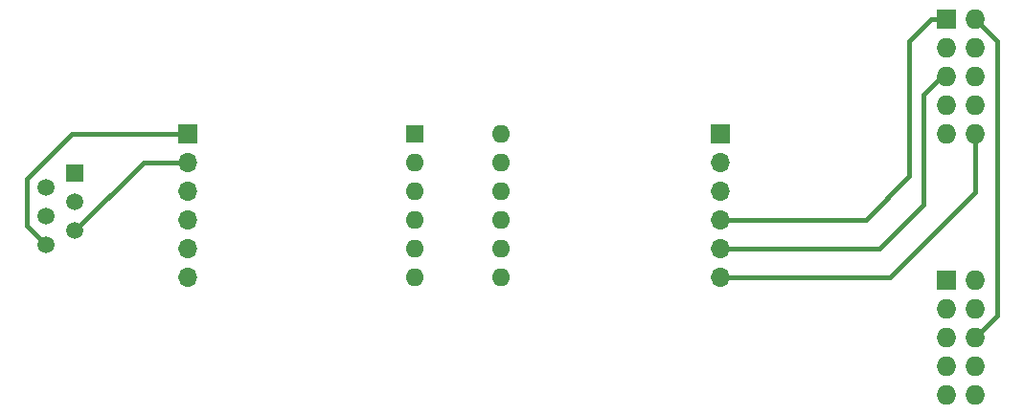
<source format=gtl>
G04 #@! TF.GenerationSoftware,KiCad,Pcbnew,(5.1.0-0)*
G04 #@! TF.CreationDate,2020-01-05T13:41:57+00:00*
G04 #@! TF.ProjectId,tag_connect_adaptor,7461675f-636f-46e6-9e65-63745f616461,V1.0*
G04 #@! TF.SameCoordinates,Original*
G04 #@! TF.FileFunction,Copper,L1,Top*
G04 #@! TF.FilePolarity,Positive*
%FSLAX46Y46*%
G04 Gerber Fmt 4.6, Leading zero omitted, Abs format (unit mm)*
G04 Created by KiCad (PCBNEW (5.1.0-0)) date 2020-01-05 13:41:57*
%MOMM*%
%LPD*%
G04 APERTURE LIST*
%ADD10O,1.600000X1.600000*%
%ADD11R,1.600000X1.600000*%
%ADD12R,1.520000X1.520000*%
%ADD13C,1.520000*%
%ADD14O,1.727200X1.727200*%
%ADD15R,1.727200X1.727200*%
%ADD16O,1.700000X1.700000*%
%ADD17R,1.700000X1.700000*%
%ADD18C,0.457200*%
G04 APERTURE END LIST*
D10*
X68620000Y-61000000D03*
X61000000Y-73700000D03*
X68620000Y-63540000D03*
X61000000Y-71160000D03*
X68620000Y-66080000D03*
X61000000Y-68620000D03*
X68620000Y-68620000D03*
X61000000Y-66080000D03*
X68620000Y-71160000D03*
X61000000Y-63540000D03*
X68620000Y-73700000D03*
D11*
X61000000Y-61000000D03*
D12*
X31000000Y-64500000D03*
D13*
X28460000Y-65770000D03*
X31000000Y-67040000D03*
X28460000Y-68310000D03*
X31000000Y-69580000D03*
X28460000Y-70850000D03*
D14*
X110540000Y-84160000D03*
X108000000Y-84160000D03*
X110540000Y-81620000D03*
X108000000Y-81620000D03*
X110540000Y-79080000D03*
X108000000Y-79080000D03*
X110540000Y-76540000D03*
X108000000Y-76540000D03*
X110540000Y-74000000D03*
D15*
X108000000Y-74000000D03*
D14*
X110540000Y-61000000D03*
X108000000Y-61000000D03*
X110540000Y-58460000D03*
X108000000Y-58460000D03*
X110540000Y-55920000D03*
X108000000Y-55920000D03*
X110540000Y-53380000D03*
X108000000Y-53380000D03*
X110540000Y-50840000D03*
D15*
X108000000Y-50840000D03*
D16*
X88000000Y-73700000D03*
X88000000Y-71160000D03*
X88000000Y-68620000D03*
X88000000Y-66080000D03*
X88000000Y-63540000D03*
D17*
X88000000Y-61000000D03*
D16*
X41000000Y-73700000D03*
X41000000Y-71160000D03*
X41000000Y-68620000D03*
X41000000Y-66080000D03*
X41000000Y-63540000D03*
D17*
X41000000Y-61000000D03*
D18*
X37040000Y-63540000D02*
X31000000Y-69580000D01*
X41000000Y-63540000D02*
X37040000Y-63540000D01*
X30750000Y-61000000D02*
X41000000Y-61000000D01*
X26750000Y-65000000D02*
X30750000Y-61000000D01*
X26750000Y-69140000D02*
X28460000Y-70850000D01*
X26750000Y-65000000D02*
X26750000Y-69140000D01*
X88000000Y-73700000D02*
X103050000Y-73700000D01*
X110540000Y-66210000D02*
X110540000Y-61000000D01*
X103050000Y-73700000D02*
X110540000Y-66210000D01*
X106000000Y-57500000D02*
X107580000Y-55920000D01*
X107580000Y-55920000D02*
X108000000Y-55920000D01*
X106000000Y-67250000D02*
X106000000Y-57500000D01*
X102090000Y-71160000D02*
X106000000Y-67250000D01*
X88000000Y-71160000D02*
X102090000Y-71160000D01*
X88000000Y-68620000D02*
X100880000Y-68620000D01*
X100880000Y-68620000D02*
X104750000Y-64750000D01*
X106679200Y-50840000D02*
X108000000Y-50840000D01*
X104750000Y-52769200D02*
X106679200Y-50840000D01*
X104750000Y-64750000D02*
X104750000Y-52769200D01*
X110540000Y-79080000D02*
X112500000Y-77120000D01*
X112500000Y-52800000D02*
X110540000Y-50840000D01*
X112500000Y-77120000D02*
X112500000Y-52800000D01*
M02*

</source>
